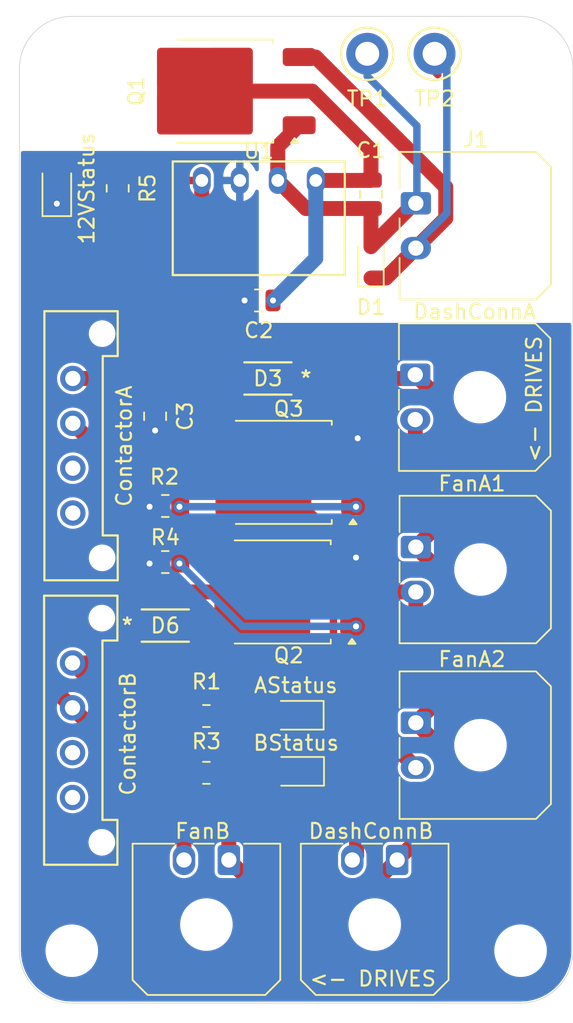
<source format=kicad_pcb>
(kicad_pcb (version 20240108) (generator "pcbnew") (generator_version "8.0")
  (layers (0 "F.Cu" signal) (31 "B.Cu" signal) (34 "B.Paste" user) (35 "F.Paste" user) (36 "B.SilkS" user "B.Silkscreen") (37 "F.SilkS" user "F.Silkscreen") (38 "B.Mask" user) (39 "F.Mask" user) (44 "Edge.Cuts" user))
  (net 0 "")
  (net 1 "+12V")
  (net 2 "GND")
  (net 3 "Net-(Q1-D)")
  (net 4 "Net-(D1-A1)")
  (net 5 "Net-(D1-A2)")
  (net 6 "Net-(12VStatus1-A)")
  (net 7 "Net-(AStatus1-A)")
  (net 8 "/CONTACTOR_A_V-")
  (net 9 "Net-(J2-Pin_2)")
  (net 12 "/CONTACTOR_B_V-")
  (net 13 "Net-(BStatus1-A)")
  (net 14 "Net-(J6-Pin_2)")
  (footprint "Package_TO_SOT_SMD:TO-252-2" (layer "F.Cu") (at 114.175 77.14 180)
    (property "Reference" "Q3" (at -0.43 4.25 0) (layer "F.SilkS"))
    (property "Value" "CSD18511KTT")
    (fp_line (start 3.11 3.45) (end -3.31 3.45) (stroke (width 0.12)) (layer "F.SilkS"))
    (fp_line (start 3.11 -3.45) (end -3.31 -3.45) (stroke (width 0.12)) (layer "F.SilkS"))
    (fp_line (start -3.31 3.45) (end -3.31 3.18) (stroke (width 0.12)) (layer "F.SilkS"))
    (fp_line (start -3.31 -3.45) (end -3.31 -3.18) (stroke (width 0.12)) (layer "F.SilkS"))
    (fp_poly (pts (xy -4.73 -3.14) (xy -4.97 -3.47) (xy -4.49 -3.47) (xy -4.73 -3.14)) (stroke (width 0.12)) (fill solid) (layer "F.SilkS"))
    (pad "1" smd roundrect (at -5.04 -2.28 180) (size 2.2 1.2) (layers "F.Cu" "F.Paste" "F.Mask") (roundrect_rratio 0.208333) (net 9 "Net-(J2-Pin_2)"))
    (pad "2" smd roundrect (at -0.415 -1.525 180) (size 3.05 2.75) (layers "F.Cu" "F.Paste") (roundrect_rratio 0.090909) (net 8 "/CONTACTOR_A_V-"))
    (pad "2" smd roundrect (at -0.415 1.525 180) (size 3.05 2.75) (layers "F.Cu" "F.Paste") (roundrect_rratio 0.090909) (net 8 "/CONTACTOR_A_V-"))
    (pad "2" smd roundrect (at 1.26 0 180) (size 6.4 5.8) (layers "F.Cu" "F.Mask") (roundrect_rratio 0.043103) (net 8 "/CONTACTOR_A_V-"))
    (pad "2" smd roundrect (at 2.935 -1.525 180) (size 3.05 2.75) (layers "F.Cu" "F.Paste") (roundrect_rratio 0.090909) (net 8 "/CONTACTOR_A_V-"))
    (pad "2" smd roundrect (at 2.935 1.525 180) (size 3.05 2.75) (layers "F.Cu" "F.Paste") (roundrect_rratio 0.090909) (net 8 "/CONTACTOR_A_V-"))
    (pad "3" smd roundrect (at -5.04 2.28 180) (size 2.2 1.2) (layers "F.Cu" "F.Paste" "F.Mask") (roundrect_rratio 0.208333) (net 2 "GND"))
  )
  (footprint "Connector_Molex:Molex_Micro-Fit_3.0_43650-0200_1x02_P3.00mm_Horizontal" (layer "F.Cu") (at 121.855 103.07 180)
    (property "Reference" "DashConnB" (at 1.75 1.93 180) (layer "F.SilkS"))
    (property "Value" "DashboardConnB")
    (fp_line (start 6.435 1.09) (end 3.651767 1.09) (stroke (width 0.12)) (layer "F.SilkS"))
    (fp_line (start 6.435 -8.03) (end 6.435 1.09) (stroke (width 0.12)) (layer "F.SilkS"))
    (fp_line (start 5.435 -9.03) (end 6.435 -8.03) (stroke (width 0.12)) (layer "F.SilkS"))
    (fp_line (start 1.01 1.09) (end 2.348233 1.09) (stroke (width 0.12)) (layer "F.SilkS"))
    (fp_line (start -2.435 -9.03) (end 5.435 -9.03) (stroke (width 0.12)) (layer "F.SilkS"))
    (fp_line (start -3.435 1.09) (end -1.01 1.09) (stroke (width 0.12)) (layer "F.SilkS"))
    (fp_line (start -3.435 1.09) (end -3.435 -8.03) (stroke (width 0.12)) (layer "F.SilkS"))
    (fp_line (start -3.435 -8.03) (end -2.435 -9.03) (stroke (width 0.12)) (layer "F.SilkS"))
    (pad "" np_thru_hole circle (at 1.5 -4.32 180) (size 3 3) (drill 3) (layers "*.Cu" "*.Mask"))
    (pad "1" thru_hole roundrect (at 0 0 180) (size 1.5 2.02) (drill 1.02) (layers "*.Cu" "*.Mask") (roundrect_rratio 0.166667) (net 1 "+12V"))
    (pad "2" thru_hole oval (at 3 0 180) (size 1.5 2.02) (drill 1.02) (layers "*.Cu" "*.Mask") (net 14 "Net-(J6-Pin_2)"))
  )
  (footprint "Connector_Molex:Molex_Micro-Fit_3.0_43650-0200_1x02_P3.00mm_Horizontal" (layer "F.Cu") (at 123.105 59.14 -90)
    (property "Reference" "J1" (at -4.25 -4 180) (layer "F.SilkS"))
    (property "Value" "PowerConn")
    (fp_line (start -3.435 1.09) (end -1.01 1.09) (stroke (width 0.12)) (layer "F.SilkS"))
    (fp_line (start -3.435 1.09) (end -3.435 -8.03) (stroke (width 0.12)) (layer "F.SilkS"))
    (fp_line (start 1.01 1.09) (end 2.348233 1.09) (stroke (width 0.12)) (layer "F.SilkS"))
    (fp_line (start 6.435 1.09) (end 3.651767 1.09) (stroke (width 0.12)) (layer "F.SilkS"))
    (fp_line (start -3.435 -8.03) (end -2.435 -9.03) (stroke (width 0.12)) (layer "F.SilkS"))
    (fp_line (start 6.435 -8.03) (end 6.435 1.09) (stroke (width 0.12)) (layer "F.SilkS"))
    (fp_line (start -2.435 -9.03) (end 5.435 -9.03) (stroke (width 0.12)) (layer "F.SilkS"))
    (fp_line (start 5.435 -9.03) (end 6.435 -8.03) (stroke (width 0.12)) (layer "F.SilkS"))
    (pad "" np_thru_hole circle (at 1.5 -4.32 270) (size 3 3) (drill 3) (layers "*.Cu" "*.Mask"))
    (pad "1" thru_hole roundrect (at 0 0 270) (size 1.5 2.02) (drill 1.02) (layers "*.Cu" "*.Mask") (roundrect_rratio 0.166667) (net 5 "Net-(D1-A2)"))
    (pad "2" thru_hole oval (at 3 0 270) (size 1.5 2.02) (drill 1.02) (layers "*.Cu" "*.Mask") (net 4 "Net-(D1-A1)"))
  )
  (footprint "Resistor_SMD:R_0805_2012Metric_Pad1.20x1.40mm_HandSolder" (layer "F.Cu") (at 106.355 79.39)
    (property "Reference" "R2" (at -0.05 -1.95 360) (layer "F.SilkS"))
    (property "Value" "100k")
    (fp_line (start -0.227064 -0.735) (end 0.227064 -0.735) (stroke (width 0.12)) (layer "F.SilkS"))
    (fp_line (start -0.227064 0.735) (end 0.227064 0.735) (stroke (width 0.12)) (layer "F.SilkS"))
    (pad "1" smd roundrect (at -1 0) (size 1.2 1.4) (layers "F.Cu" "F.Paste" "F.Mask") (roundrect_rratio 0.208333) (net 2 "GND"))
    (pad "2" smd roundrect (at 1 0) (size 1.2 1.4) (layers "F.Cu" "F.Paste" "F.Mask") (roundrect_rratio 0.208333) (net 9 "Net-(J2-Pin_2)"))
  )
  (footprint "UTSVT_Passive:V2F22HM" (layer "F.Cu") (at 113.215 70.86 180)
    (property "Reference" "D3" (at 0 0 180) (layer "F.SilkS"))
    (property "Value" "V2F22HM3/H")
    (fp_line (start 1.5748 -1.0795) (end -1.5748 -1.0795) (stroke (width 0.1524)) (layer "F.SilkS"))
    (fp_line (start -1.5748 1.0795) (end 1.5748 1.0795) (stroke (width 0.1524)) (layer "F.SilkS"))
    (fp_text user "*" (at -2.54 0 180) (layer "F.SilkS"))
    (pad "1" smd rect (at -1.6383 0 180) (size 1.0414 1.1938) (layers "F.Cu" "F.Paste" "F.Mask") (net 1 "+12V"))
    (pad "2" smd rect (at 1.6383 0 180) (size 1.0414 1.1938) (layers "F.Cu" "F.Paste" "F.Mask") (net 8 "/CONTACTOR_A_V-"))
  )
  (footprint "Package_TO_SOT_SMD:TO-252-2" (layer "F.Cu") (at 110.265 51.6375 180)
    (property "Reference" "Q1" (at 5.84 -0.0025 -90) (layer "F.SilkS"))
    (property "Value" "CSD18511KTT")
    (fp_line (start 3.11 3.45) (end -3.31 3.45) (stroke (width 0.12)) (layer "F.SilkS"))
    (fp_line (start 3.11 -3.45) (end -3.31 -3.45) (stroke (width 0.12)) (layer "F.SilkS"))
    (fp_line (start -3.31 3.45) (end -3.31 3.18) (stroke (width 0.12)) (layer "F.SilkS"))
    (fp_line (start -3.31 -3.45) (end -3.31 -3.18) (stroke (width 0.12)) (layer "F.SilkS"))
    (fp_poly (pts (xy -4.73 -3.14) (xy -4.97 -3.47) (xy -4.49 -3.47) (xy -4.73 -3.14)) (stroke (width 0.12)) (fill solid) (layer "F.SilkS"))
    (pad "1" smd roundrect (at -5.04 -2.28 180) (size 2.2 1.2) (layers "F.Cu" "F.Paste" "F.Mask") (roundrect_rratio 0.208333) (net 5 "Net-(D1-A2)"))
    (pad "2" smd roundrect (at -0.415 -1.525 180) (size 3.05 2.75) (layers "F.Cu" "F.Paste") (roundrect_rratio 0.090909) (net 3 "Net-(Q1-D)"))
    (pad "2" smd roundrect (at -0.415 1.525 180) (size 3.05 2.75) (layers "F.Cu" "F.Paste") (roundrect_rratio 0.090909) (net 3 "Net-(Q1-D)"))
    (pad "2" smd roundrect (at 1.26 0 180) (size 6.4 5.8) (layers "F.Cu" "F.Mask") (roundrect_rratio 0.043103) (net 3 "Net-(Q1-D)"))
    (pad "2" smd roundrect (at 2.935 -1.525 180) (size 3.05 2.75) (layers "F.Cu" "F.Paste") (roundrect_rratio 0.090909) (net 3 "Net-(Q1-D)"))
    (pad "2" smd roundrect (at 2.935 1.525 180) (size 3.05 2.75) (layers "F.Cu" "F.Paste") (roundrect_rratio 0.090909) (net 3 "Net-(Q1-D)"))
    (pad "3" smd roundrect (at -5.04 2.28 180) (size 2.2 1.2) (layers "F.Cu" "F.Paste" "F.Mask") (roundrect_rratio 0.208333) (net 4 "Net-(D1-A1)"))
  )
  (footprint "UTSVT_Connectors:Molex_MicroFit3.0_1x4xP3.00mm_PolarizingPeg_Vertical" (layer "F.Cu") (at 100.155 89.89 -90)
    (property "Reference" "ContactorB" (at 4.75 -3.7 90) (layer "F.SilkS"))
    (property "Value" "ContactorBConn")
    (fp_line (start -4.5 1.9) (end -4.5 -3) (stroke (width 0.15)) (layer "F.SilkS"))
    (fp_line (start 13.5 1.9) (end -4.5 1.9) (stroke (width 0.15)) (layer "F.SilkS"))
    (fp_line (start -1.5 -2) (end 10.5 -2) (stroke (width 0.15)) (layer "F.SilkS"))
    (fp_line (start 10.5 -2) (end 10.5 -3) (stroke (width 0.15)) (layer "F.SilkS"))
    (fp_line (start -4.5 -3) (end -1.5 -3) (stroke (width 0.15)) (layer "F.SilkS"))
    (fp_line (start -1.5 -3) (end -1.5 -2) (stroke (width 0.15)) (layer "F.SilkS"))
    (fp_line (start 10.5 -3) (end 13.5 -3) (stroke (width 0.15)) (layer "F.SilkS"))
    (fp_line (start 13.5 -3) (end 13.5 1.9) (stroke (width 0.15)) (layer "F.SilkS"))
    (pad "" np_thru_hole circle (at -3 -1.96 270) (size 1.27 1.27) (drill 1.27) (layers "*.Cu" "*.Mask"))
    (pad "" np_thru_hole circle (at 12 -1.96 270) (size 1.27 1.27) (drill 1.27) (layers "*.Cu" "*.Mask"))
    (pad "1" thru_hole circle (at 0 0 270) (size 1.7 1.7) (drill 1.02) (layers "*.Cu" "*.Mask") (net 1 "+12V"))
    (pad "2" thru_hole circle (at 3 0 270) (size 1.7 1.7) (drill 1.02) (layers "*.Cu" "*.Mask") (net 12 "/CONTACTOR_B_V-"))
    (pad "3" thru_hole circle (at 6 0 270) (size 1.7 1.7) (drill 1.02) (layers "*.Cu" "*.Mask"))
    (pad "4" thru_hole circle (at 9 0 270) (size 1.7 1.7) (drill 1.02) (layers "*.Cu" "*.Mask"))
  )
  (footprint "MountingHole:MountingHole_3mm" (layer "F.Cu") (at 130 50)
    (property "Reference" "H1" (hide yes))
    (property "Value" "M3")
    (pad "" np_thru_hole circle (at 0 0) (size 3 3) (drill 3) (layers "*.Cu" "*.Mask"))
  )
  (footprint "Capacitor_SMD:C_0805_2012Metric" (layer "F.Cu") (at 105.675 73.39 -90)
    (property "Reference" "C3" (at 0 -2 90) (layer "F.SilkS"))
    (property "Value" "10u")
    (fp_line (start -0.261252 0.735) (end 0.261252 0.735) (stroke (width 0.12)) (layer "F.SilkS"))
    (fp_line (start -0.261252 -0.735) (end 0.261252 -0.735) (stroke (width 0.12)) (layer "F.SilkS"))
    (pad "1" smd roundrect (at -0.95 0 270) (size 1 1.45) (layers "F.Cu" "F.Paste" "F.Mask") (net 1 "+12V"))
    (pad "2" smd roundrect (at 0.95 0 270) (size 1 1.45) (layers "F.Cu" "F.Paste" "F.Mask") (net 2 "GND"))
  )
  (footprint "MountingHole:MountingHole_3mm" (layer "F.Cu") (at 100.105 109.14)
    (property "Reference" "H4" (hide yes))
    (property "Value" "M3")
    (pad "" np_thru_hole circle (at 0 0) (size 3 3) (drill 3) (layers "*.Cu" "*.Mask"))
  )
  (footprint "MountingHole:MountingHole_3mm" (layer "F.Cu") (at 130.105 109.14)
    (property "Reference" "H3" (hide yes))
    (property "Value" "M3")
    (pad "" np_thru_hole circle (at 0 0) (size 3 3) (drill 3) (layers "*.Cu" "*.Mask"))
  )
  (footprint "UTSVT_Connectors:Molex_MicroFit3.0_1x4xP3.00mm_PolarizingPeg_Vertical" (layer "F.Cu") (at 100.175 70.86 -90)
    (property "Reference" "ContactorA" (at 4.53 -3.43 -90) (layer "F.SilkS"))
    (property "Value" "ContactorAConn")
    (fp_line (start -4.5 1.9) (end -4.5 -3) (stroke (width 0.15)) (layer "F.SilkS"))
    (fp_line (start 13.5 1.9) (end -4.5 1.9) (stroke (width 0.15)) (layer "F.SilkS"))
    (fp_line (start -1.5 -2) (end 10.5 -2) (stroke (width 0.15)) (layer "F.SilkS"))
    (fp_line (start 10.5 -2) (end 10.5 -3) (stroke (width 0.15)) (layer "F.SilkS"))
    (fp_line (start -4.5 -3) (end -1.5 -3) (stroke (width 0.15)) (layer "F.SilkS"))
    (fp_line (start -1.5 -3) (end -1.5 -2) (stroke (width 0.15)) (layer "F.SilkS"))
    (fp_line (start 10.5 -3) (end 13.5 -3) (stroke (width 0.15)) (layer "F.SilkS"))
    (fp_line (start 13.5 -3) (end 13.5 1.9) (stroke (width 0.15)) (layer "F.SilkS"))
    (pad "" np_thru_hole circle (at -3 -1.96 270) (size 1.27 1.27) (drill 1.27) (layers "*.Cu" "*.Mask"))
    (pad "" np_thru_hole circle (at 12 -1.96 270) (size 1.27 1.27) (drill 1.27) (layers "*.Cu" "*.Mask"))
    (pad "1" thru_hole circle (at 0 0 270) (size 1.7 1.7) (drill 1.02) (layers "*.Cu" "*.Mask") (net 1 "+12V"))
    (pad "2" thru_hole circle (at 3 0 270) (size 1.7 1.7) (drill 1.02) (layers "*.Cu" "*.Mask") (net 8 "/CONTACTOR_A_V-"))
    (pad "3" thru_hole circle (at 6 0 270) (size 1.7 1.7) (drill 1.02) (layers "*.Cu" "*.Mask"))
    (pad "4" thru_hole circle (at 9 0 270) (size 1.7 1.7) (drill 1.02) (layers "*.Cu" "*.Mask"))
  )
  (footprint "Connector_Molex:Molex_Micro-Fit_3.0_43650-0200_1x02_P3.00mm_Horizontal" (layer "F.Cu") (at 123.105 82.14 -90)
    (property "Reference" "FanA1" (at -4.25 -3.75 180) (layer "F.SilkS"))
    (property "Value" "FanConn1")
    (fp_line (start -3.435 1.09) (end -1.01 1.09) (stroke (width 0.12)) (layer "F.SilkS"))
    (fp_line (start -3.435 1.09) (end -3.435 -8.03) (stroke (width 0.12)) (layer "F.SilkS"))
    (fp_line (start 1.01 1.09) (end 2.348233 1.09) (stroke (width 0.12)) (layer "F.SilkS"))
    (fp_line (start 6.435 1.09) (end 3.651767 1.09) (stroke (width 0.12)) (layer "F.SilkS"))
    (fp_line (start -3.435 -8.03) (end -2.435 -9.03) (stroke (width 0.12)) (layer "F.SilkS"))
    (fp_line (start 6.435 -8.03) (end 6.435 1.09) (stroke (width 0.12)) (layer "F.SilkS"))
    (fp_line (start -2.435 -9.03) (end 5.435 -9.03) (stroke (width 0.12)) (layer "F.SilkS"))
    (fp_line (start 5.435 -9.03) (end 6.435 -8.03) (stroke (width 0.12)) (layer "F.SilkS"))
    (pad "" np_thru_hole circle (at 1.5 -4.32 270) (size 3 3) (drill 3) (layers "*.Cu" "*.Mask"))
    (pad "1" thru_hole roundrect (at 0 0 270) (size 1.5 2.02) (drill 1.02) (layers "*.Cu" "*.Mask") (roundrect_rratio 0.166667) (net 1 "+12V"))
    (pad "2" thru_hole oval (at 3 0 270) (size 1.5 2.02) (drill 1.02) (layers "*.Cu" "*.Mask") (net 8 "/CONTACTOR_A_V-"))
  )
  (footprint "LED_SMD:LED_0805_2012Metric_Pad1.15x1.40mm_HandSolder" (layer "F.Cu") (at 115.105 97.14 180)
    (property "Reference" "BStatus" (at 0 1.9 180) (layer "F.SilkS"))
    (property "Value" "Green")
    (fp_line (start 1 -0.96) (end -1.86 -0.96) (stroke (width 0.12)) (layer "F.SilkS"))
    (fp_line (start -1.86 0.96) (end 1 0.96) (stroke (width 0.12)) (layer "F.SilkS"))
    (fp_line (start -1.86 -0.96) (end -1.86 0.96) (stroke (width 0.12)) (layer "F.SilkS"))
    (pad "1" smd roundrect (at -1.025 0 180) (size 1.15 1.4) (layers "F.Cu" "F.Paste" "F.Mask") (roundrect_rratio 0.217391) (net 12 "/CONTACTOR_B_V-"))
    (pad "2" smd roundrect (at 1.025 0 180) (size 1.15 1.4) (layers "F.Cu" "F.Paste" "F.Mask") (roundrect_rratio 0.217391) (net 13 "Net-(BStatus1-A)"))
  )
  (footprint "TestPoint:TestPoint_Keystone_5005-5009_Compact" (layer "F.Cu") (at 124.355 49.14 180)
    (property "Reference" "TP2" (at 0 -3 180) (layer "F.SilkS"))
    (property "Value" "GND_UNISO")
    (fp_circle (center 0 0) (end 1.75 0) (stroke (width 0.15)) (fill none) (layer "F.SilkS"))
    (pad "1" thru_hole circle (at 0 0 180) (size 2.8 2.8) (drill 1.6) (layers "*.Cu" "*.Mask") (net 4 "Net-(D1-A1)"))
  )
  (footprint "Connector_Molex:Molex_Micro-Fit_3.0_43650-0200_1x02_P3.00mm_Horizontal" (layer "F.Cu") (at 123.105 93.89 -90)
    (property "Reference" "FanA2" (at -4.25 -3.75 180) (layer "F.SilkS"))
    (property "Value" "FanConn2")
    (fp_line (start -3.435 1.09) (end -1.01 1.09) (stroke (width 0.12)) (layer "F.SilkS"))
    (fp_line (start -3.435 1.09) (end -3.435 -8.03) (stroke (width 0.12)) (layer "F.SilkS"))
    (fp_line (start 1.01 1.09) (end 2.348233 1.09) (stroke (width 0.12)) (layer "F.SilkS"))
    (fp_line (start 6.435 1.09) (end 3.651767 1.09) (stroke (width 0.12)) (layer "F.SilkS"))
    (fp_line (start -3.435 -8.03) (end -2.435 -9.03) (stroke (width 0.12)) (layer "F.SilkS"))
    (fp_line (start 6.435 -8.03) (end 6.435 1.09) (stroke (width 0.12)) (layer "F.SilkS"))
    (fp_line (start -2.435 -9.03) (end 5.435 -9.03) (stroke (width 0.12)) (layer "F.SilkS"))
    (fp_line (start 5.435 -9.03) (end 6.435 -8.03) (stroke (width 0.12)) (layer "F.SilkS"))
    (pad "" np_thru_hole circle (at 1.5 -4.32 270) (size 3 3) (drill 3) (layers "*.Cu" "*.Mask"))
    (pad "1" thru_hole roundrect (at 0 0 270) (size 1.5 2.02) (drill 1.02) (layers "*.Cu" "*.Mask") (roundrect_rratio 0.166667) (net 1 "+12V"))
    (pad "2" thru_hole oval (at 3 0 270) (size 1.5 2.02) (drill 1.02) (layers "*.Cu" "*.Mask") (net 8 "/CONTACTOR_A_V-"))
  )
  (footprint "Resistor_SMD:R_0805_2012Metric" (layer "F.Cu") (at 109.105 93.44 180)
    (property "Reference" "R1" (at 0 2.3 180) (layer "F.SilkS"))
    (property "Value" "10k")
    (fp_line (start -0.227064 0.735) (end 0.227064 0.735) (stroke (width 0.12)) (layer "F.SilkS"))
    (fp_line (start -0.227064 -0.735) (end 0.227064 -0.735) (stroke (width 0.12)) (layer "F.SilkS"))
    (pad "1" smd roundrect (at -0.9125 0 180) (size 1.025 1.4) (layers "F.Cu" "F.Paste" "F.Mask") (roundrect_rratio 0.243902) (net 7 "Net-(AStatus1-A)"))
    (pad "2" smd roundrect (at 0.9125 0 180) (size 1.025 1.4) (layers "F.Cu" "F.Paste" "F.Mask") (roundrect_rratio 0.243902) (net 1 "+12V"))
  )
  (footprint "MountingHole:MountingHole_3mm" (layer "F.Cu") (at 100 50)
    (property "Reference" "H2" (hide yes))
    (property "Value" "M3")
    (pad "" np_thru_hole circle (at 0 0) (size 3 3) (drill 3) (layers "*.Cu" "*.Mask"))
  )
  (footprint "LED_SMD:LED_0805_2012Metric_Pad1.15x1.40mm_HandSolder" (layer "F.Cu") (at 99.105 58.14 90)
    (property "Reference" "12VStatus" (at 0 2 270) (layer "F.SilkS"))
    (property "Value" "Green")
    (fp_line (start 1 -0.96) (end -1.86 -0.96) (stroke (width 0.12)) (layer "F.SilkS"))
    (fp_line (start -1.86 -0.96) (end -1.86 0.96) (stroke (width 0.12)) (layer "F.SilkS"))
    (fp_line (start -1.86 0.96) (end 1 0.96) (stroke (width 0.12)) (layer "F.SilkS"))
    (pad "1" smd roundrect (at -1.025 0 90) (size 1.15 1.4) (layers "F.Cu" "F.Paste" "F.Mask") (roundrect_rratio 0.217391) (net 2 "GND"))
    (pad "2" smd roundrect (at 1.025 0 90) (size 1.15 1.4) (layers "F.Cu" "F.Paste" "F.Mask") (roundrect_rratio 0.217391) (net 6 "Net-(12VStatus1-A)"))
  )
  (footprint "Diode_SMD:D_SOD-323" (layer "F.Cu") (at 120.105 63.09 90)
    (property "Reference" "D1" (at -3 0 0) (layer "F.SilkS"))
    (property "Value" "SD12_SOD323")
    (fp_line (start -1.61 -0.85) (end 1.05 -0.85) (stroke (width 0.12)) (layer "F.SilkS"))
    (fp_line (start -1.61 -0.85) (end -1.61 0.85) (stroke (width 0.12)) (layer "F.SilkS"))
    (fp_line (start -1.61 0.85) (end 1.05 0.85) (stroke (width 0.12)) (layer "F.SilkS"))
    (pad "1" smd roundrect (at -1.05 0 90) (size 0.6 0.45) (layers "F.Cu" "F.Paste" "F.Mask") (net 4 "Net-(D1-A1)"))
    (pad "2" smd roundrect (at 1.05 0 90) (size 0.6 0.45) (layers "F.Cu" "F.Paste" "F.Mask") (net 5 "Net-(D1-A2)"))
  )
  (footprint "Connector_Molex:Molex_Micro-Fit_3.0_43650-0200_1x02_P3.00mm_Horizontal" (layer "F.Cu") (at 110.605 103.07 180)
    (property "Reference" "FanB" (at 1.75 1.93 180) (layer "F.SilkS"))
    (property "Value" "FanConn3")
    (fp_line (start 6.435 1.09) (end 3.651767 1.09) (stroke (width 0.12)) (layer "F.SilkS"))
    (fp_line (start 6.435 -8.03) (end 6.435 1.09) (stroke (width 0.12)) (layer "F.SilkS"))
    (fp_line (start 5.435 -9.03) (end 6.435 -8.03) (stroke (width 0.12)) (layer "F.SilkS"))
    (fp_line (start 1.01 1.09) (end 2.348233 1.09) (stroke (width 0.12)) (layer "F.SilkS"))
    (fp_line (start -2.435 -9.03) (end 5.435 -9.03) (stroke (width 0.12)) (layer "F.SilkS"))
    (fp_line (start -3.435 1.09) (end -1.01 1.09) (stroke (width 0.12)) (layer "F.SilkS"))
    (fp_line (start -3.435 1.09) (end -3.435 -8.03) (stroke (width 0.12)) (layer "F.SilkS"))
    (fp_line (start -3.435 -8.03) (end -2.435 -9.03) (stroke (width 0.12)) (layer "F.SilkS"))
    (pad "" np_thru_hole circle (at 1.5 -4.32 180) (size 3 3) (drill 3) (layers "*.Cu" "*.Mask"))
    (pad "1" thru_hole roundrect (at 0 0 180) (size 1.5 2.02) (drill 1.02) (layers "*.Cu" "*.Mask") (roundrect_rratio 0.166667) (net 1 "+12V"))
    (pad "2" thru_hole oval (at 3 0 180) (size 1.5 2.02) (drill 1.02) (layers "*.Cu" "*.Mask") (net 12 "/CONTACTOR_B_V-"))
  )
  (footprint "Capacitor_SMD:C_0805_2012Metric" (layer "F.Cu") (at 120.105 58.54 90)
    (property "Reference" "C1" (at 2.95 0 0) (layer "F.SilkS"))
    (property "Value" "10u")
    (fp_line (start -0.261252 -0.735) (end 0.261252 -0.735) (stroke (width 0.12)) (layer "F.SilkS"))
    (fp_line (start -0.261252 0.735) (end 0.261252 0.735) (stroke (width 0.12)) (layer "F.SilkS"))
    (pad "1" smd roundrect (at -0.95 0 90) (size 1 1.45) (layers "F.Cu" "F.Paste" "F.Mask") (net 5 "Net-(D1-A2)"))
    (pad "2" smd roundrect (at 0.95 0 90) (size 1 1.45) (layers "F.Cu" "F.Paste" "F.Mask") (net 3 "Net-(Q1-D)"))
  )
  (footprint "UTSVT_ICs:RI3_DC_Converter" (layer "F.Cu") (at 112.605 57.6127 180)
    (property "Reference" "U1" (at 0 1.9727 180) (layer "F.SilkS"))
    (property "Value" "RI3-1212S")
    (fp_line (start 5.75 1.27) (end -5.75 1.27) (stroke (width 0.15)) (layer "F.SilkS"))
    (fp_line (start 5.75 -6.33) (end 5.75 1.27) (stroke (width 0.15)) (layer "F.SilkS"))
    (fp_line (start -5.75 1.27) (end -5.75 -6.33) (stroke (width 0.15)) (layer "F.SilkS"))
    (fp_line (start -5.75 -6.33) (end 5.75 -6.33) (stroke (width 0.15)) (layer "F.SilkS"))
    (pad "1" thru_hole oval (at -3.81 0 180) (size 1.2 1.8) (drill 0.85) (layers "*.Cu" "*.Mask") (net 3 "Net-(Q1-D)"))
    (pad "2" thru_hole oval (at -1.27 0 180) (size 1.2 1.8) (drill 0.85) (layers "*.Cu" "*.Mask") (net 5 "Net-(D1-A2)"))
    (pad "3" thru_hole oval (at 1.27 0 180) (size 1.2 1.8) (drill 0.85) (layers "*.Cu" "*.Mask") (net 2 "GND"))
    (pad "4" thru_hole oval (at 3.81 0 180) (size 1.2 1.8) (drill 0.85) (layers "*.Cu" "*.Mask") (net 1 "+12V"))
  )
  (footprint "TestPoint:TestPoint_Keystone_5005-5009_Compact" (layer "F.Cu") (at 119.855 49.14 180)
    (property "Reference" "TP1" (at 0 -3 180) (layer "F.SilkS"))
    (property "Value" "12V_UNISO")
    (fp_circle (center 0 0) (end 1.75 0) (stroke (width 0.15)) (fill none) (layer "F.SilkS"))
    (pad "1" thru_hole circle (at 0 0 180) (size 2.8 2.8) (drill 1.6) (layers "*.Cu" "*.Mask") (net 5 "Net-(D1-A2)"))
  )
  (footprint "Resistor_SMD:R_0805_2012Metric" (layer "F.Cu") (at 103.175 58.14 -90)
    (property "Reference" "R5" (at 0 -2 90) (layer "F.SilkS"))
    (property "Value" "10k")
    (fp_line (start -0.227064 0.735) (end 0.227064 0.735) (stroke (width 0.12)) (layer "F.SilkS"))
    (fp_line (start -0.227064 -0.735) (end 0.227064 -0.735) (stroke (width 0.12)) (layer "F.SilkS"))
    (pad "1" smd roundrect (at -0.9125 0 270) (size 1.025 1.4) (layers "F.Cu" "F.Paste" "F.Mask") (roundrect_rratio 0.243902) (net 6 "Net-(12VStatus1-A)"))
    (pad "2" smd roundrect (at 0.9125 0 270) (size 1.025 1.4) (layers "F.Cu" "F.Paste" "F.Mask") (roundrect_rratio 0.243902) (net 1 "+12V"))
  )
  (footprint "Resistor_SMD:R_0805_2012Metric" (layer "F.Cu") (at 109.105 97.24 180)
    (property "Reference" "R3" (at 0 2.1 180) (layer "F.SilkS"))
    (property "Value" "10k")
    (fp_line (start -0.227064 0.735) (end 0.227064 0.735) (stroke (width 0.12)) (layer "F.SilkS"))
    (fp_line (start -0.227064 -0.735) (end 0.227064 -0.735) (stroke (width 0.12)) (layer "F.SilkS"))
    (pad "1" smd roundrect (at -0.9125 0 180) (size 1.025 1.4) (layers "F.Cu" "F.Paste" "F.Mask") (roundrect_rratio 0.243902) (net 13 "Net-(BStatus1-A)"))
    (pad "2" smd roundrect (at 0.9125 0 180) (size 1.025 1.4) (layers "F.Cu" "F.Paste" "F.Mask") (roundrect_rratio 0.243902) (net 1 "+12V"))
  )
  (footprint "Capacitor_SMD:C_0805_2012Metric" (layer "F.Cu") (at 112.605 65.64 180)
    (property "Reference" "C2" (at 0 -2 180) (layer "F.SilkS"))
    (property "Value" "2.2n")
    (fp_line (start -0.261252 0.735) (end 0.261252 0.735) (stroke (width 0.12)) (layer "F.SilkS"))
    (fp_line (start -0.261252 -0.735) (end 0.261252 -0.735) (stroke (width 0.12)) (layer "F.SilkS"))
    (pad "1" smd roundrect (at -0.95 0 180) (size 1 1.45) (layers "F.Cu" "F.Paste" "F.Mask") (net 3 "Net-(Q1-D)"))
    (pad "2" smd roundrect (at 0.95 0 180) (size 1 1.45) (layers "F.Cu" "F.Paste" "F.Mask") (net 2 "GND"))
  )
  (footprint "Resistor_SMD:R_0805_2012Metric_Pad1.20x1.40mm_HandSolder" (layer "F.Cu") (at 106.355 83.14)
    (property "Reference" "R4" (at 0 -1.65 0) (layer "F.SilkS"))
    (property "Value" "100k")
    (fp_line (start -0.227064 -0.735) (end 0.227064 -0.735) (stroke (width 0.12)) (layer "F.SilkS"))
    (fp_line (start -0.227064 0.735) (end 0.227064 0.735) (stroke (width 0.12)) (layer "F.SilkS"))
    (pad "1" smd roundrect (at -1 0) (size 1.2 1.4) (layers "F.Cu" "F.Paste" "F.Mask") (roundrect_rratio 0.208333) (net 2 "GND"))
    (pad "2" smd roundrect (at 1 0) (size 1.2 1.4) (layers "F.Cu" "F.Paste" "F.Mask") (roundrect_rratio 0.208333) (net 14 "Net-(J6-Pin_2)"))
  )
  (footprint "UTSVT_Passive:V2F22HM" (layer "F.Cu") (at 106.355 87.39)
    (property "Reference" "D6" (at 0 0 360) (layer "F.SilkS"))
    (property "Value" "V2F22HM3/H")
    (fp_line (start -1.5748 1.0795) (end 1.5748 1.0795) (stroke (width 0.1524)) (layer "F.SilkS"))
    (fp_line (start 1.5748 -1.0795) (end -1.5748 -1.0795) (stroke (width 0.1524)) (layer "F.SilkS"))
    (fp_text user "*" (at -2.54 0 360) (layer "F.SilkS"))
    (pad "1" smd rect (at -1.6383 0) (size 1.0414 1.1938) (layers "F.Cu" "F.Paste" "F.Mask") (net 1 "+12V"))
    (pad "2" smd rect (at 1.6383 0) (size 1.0414 1.1938) (layers "F.Cu" "F.Paste" "F.Mask") (net 12 "/CONTACTOR_B_V-"))
  )
  (footprint "Package_TO_SOT_SMD:TO-252-2" (layer "F.Cu") (at 114.105 85.14 180)
    (property "Reference" "Q2" (at -0.5 -4.25 180) (layer "F.SilkS"))
    (property "Value" "CSD18511KTT")
    (fp_line (start 3.11 3.45) (end -3.31 3.45) (stroke (width 0.12)) (layer "F.SilkS"))
    (fp_line (start 3.11 -3.45) (end -3.31 -3.45) (stroke (width 0.12)) (layer "F.SilkS"))
    (fp_line (start -3.31 3.45) (end -3.31 3.18) (stroke (width 0.12)) (layer "F.SilkS"))
    (fp_line (start -3.31 -3.45) (end -3.31 -3.18) (stroke (width 0.12)) (layer "F.SilkS"))
    (fp_poly (pts (xy -4.73 -3.14) (xy -4.97 -3.47) (xy -4.49 -3.47) (xy -4.73 -3.14)) (stroke (width 0.12)) (fill solid) (layer "F.SilkS"))
    (pad "1" smd roundrect (at -5.04 -2.28 180) (size 2.2 1.2) (layers "F.Cu" "F.Paste" "F.Mask") (roundrect_rratio 0.208333) (net 14 "Net-(J6-Pin_2)"))
    (pad "2" smd roundrect (at -0.415 -1.525 180) (size 3.05 2.75) (layers "F.Cu" "F.Paste") (roundrect_rratio 0.090909) (net 12 "/CONTACTOR_B_V-"))
    (pad "2" smd roundrect (at -0.415 1.525 180) (size 3.05 2.75) (layers "F.Cu" "F.Paste") (roundrect_rratio 0.090909) (net 12 "/CONTACTOR_B_V-"))
    (pad "2" smd roundrect (at 1.26 0 180) (size 6.4 5.8) (layers "F.Cu" "F.Mask") (roundrect_rratio 0.043103) (net 12 "/CONTACTOR_B_V-"))
    (pad "2" smd roundrect (at 2.935 -1.525 180) (size 3.05 2.75) (layers "F.Cu" "F.Paste") (roundrect_rratio 0.090909) (net 12 "/CONTACTOR_B_V-"))
    (pad "2" smd roundrect (at 2.935 1.525 180) (size 3.05 2.75) (layers "F.Cu" "F.Paste") (roundrect_rratio 0.090909) (net 12 "/CONTACTOR_B_V-"))
    (pad "3" smd roundrect (at -5.04 2.28 180) (size 2.2 1.2) (layers "F.Cu" "F.Paste" "F.Mask") (roundrect_rratio 0.208333) (net 2 "GND"))
  )
  (footprint "LED_SMD:LED_0805_2012Metric_Pad1.15x1.40mm_HandSolder" (layer "F.Cu") (at 115.08 93.39 180)
    (property "Reference" "AStatus" (at 0 2 180) (layer "F.SilkS"))
    (property "Value" "Green")
    (fp_line (start 1 -0.96) (end -1.86 -0.96) (stroke (width 0.12)) (layer "F.SilkS"))
    (fp_line (start -1.86 0.96) (end 1 0.96) (stroke (width 0.12)) (layer "F.SilkS"))
    (fp_line (start -1.86 -0.96) (end -1.86 0.96) (stroke (width 0.12)) (layer "F.SilkS"))
    (pad "1" smd roundrect (at -1.025 0 180) (size 1.15 1.4) (layers "F.Cu" "F.Paste" "F.Mask") (roundrect_rratio 0.217391) (net 8 "/CONTACTOR_A_V-"))
    (pad "2" smd roundrect (at 1.025 0 180) (size 1.15 1.4) (layers "F.Cu" "F.Paste" "F.Mask") (roundrect_rratio 0.217391) (net 7 "Net-(AStatus1-A)"))
  )
  (footprint "Connector_Molex:Molex_Micro-Fit_3.0_43650-0200_1x02_P3.00mm_Horizontal" (layer "F.Cu") (at 123.065 70.61 -90)
    (property "Reference" "DashConnA" (at -4.22 -3.97 180) (layer "F.SilkS"))
    (property "Value" "DashboardConnA")
    (fp_line (start -3.435 1.09) (end -1.01 1.09) (stroke (width 0.12)) (layer "F.SilkS"))
    (fp_line (start -3.435 1.09) (end -3.435 -8.03) (stroke (width 0.12)) (layer "F.SilkS"))
    (fp_line (start 1.01 1.09) (end 2.348233 1.09) (stroke (width 0.12)) (layer "F.SilkS"))
    (fp_line (start 6.435 1.09) (end 3.651767 1.09) (stroke (width 0.12)) (layer "F.SilkS"))
    (fp_line (start -3.435 -8.03) (end -2.435 -9.03) (stroke (width 0.12)) (layer "F.SilkS"))
    (fp_line (start 6.435 -8.03) (end 6.435 1.09) (stroke (width 0.12)) (layer "F.SilkS"))
    (fp_line (start -2.435 -9.03) (end 5.435 -9.03) (stroke (width 0.12)) (layer "F.SilkS"))
    (fp_line (start 5.435 -9.03) (end 6.435 -8.03) (stroke (width 0.12)) (layer "F.SilkS"))
    (pad "" np_thru_hole circle (at 1.5 -4.32 270) (size 3 3) (drill 3) (layers "*.Cu" "*.Mask"))
    (pad "1" thru_hole roundrect (at 0 0 270) (size 1.5 2.02) (drill 1.02) (layers "*.Cu" "*.Mask") (roundrect_rratio 0.166667) (net 1 "+12V"))
    (pad "2" thru_hole oval (at 3 0 270) (size 1.5 2.02) (drill 1.02) (layers "*.Cu" "*.Mask") (net 9 "Net-(J2-Pin_2)"))
  )
  (gr_line (start 133.605 109.14) (end 133.605 90.14) (stroke (width 0.05)) (layer "Edge.Cuts"))
  (gr_line (start 96.605 90.14) (end 96.605 50.14) (stroke (width 0.05)) (layer "Edge.Cuts"))
  (gr_line (start 133.605 50.14) (end 133.605 90.14) (stroke (width 0.05)) (layer "Edge.Cuts"))
  (gr_line (start 100.105 46.64) (end 130.105 46.64) (stroke (width 0.05)) (layer "Edge.Cuts"))
  (gr_arc (start 96.605 50.14) (mid 97.630126 47.665126) (end 100.105 46.64) (stroke (width 0.05)) (layer "Edge.Cuts"))
  (gr_line (start 130.105 112.64) (end 100.105 112.64) (stroke (width 0.05)) (layer "Edge.Cuts"))
  (gr_arc (start 133.605 109.14) (mid 132.579874 111.614874) (end 130.105 112.64) (stroke (width 0.05)) (layer "Edge.Cuts"))
  (gr_line (start 96.605 90.14) (end 96.605 109.14) (stroke (width 0.05)) (layer "Edge.Cuts"))
  (gr_arc (start 130.105 46.64) (mid 132.579874 47.665126) (end 133.605 50.14) (stroke (width 0.05)) (layer "Edge.Cuts"))
  (gr_arc (start 100.105 112.64) (mid 97.630126 111.614874) (end 96.605 109.14) (stroke (width 0.05)) (layer "Edge.Cuts"))
  (gr_text "<- DRIVES\n" (at 131.595 76.545 90) (layer "F.SilkS") (effects (font (size 1 1)) (justify left bottom)))
  (gr_text "<- DRIVES\n" (at 115.92 111.6 0) (layer "F.SilkS") (effects (font (size 1 1)) (justify left bottom)))
  (segment (start 107.705 97.24) (end 107.605 97.34) (width 0.127) (layer "F.Cu") (net 1))
  (segment (start 108.1925 93.44) (end 105.355 93.44) (width 0.5) (layer "F.Cu") (net 1))
  (segment (start 124.815 95.6) (end 124.815 100.11) (width 1) (layer "F.Cu") (net 1))
  (segment (start 104.7167 87.39) (end 102.2167 89.89) (width 1) (layer "F.Cu") (net 1))
  (segment (start 114.8533 70.86) (end 122.815 70.86) (width 1) (layer "F.Cu") (net 1))
  (segment (start 123.105 93.89) (end 124.815 95.6) (width 1) (layer "F.Cu") (net 1))
  (segment (start 124.775 72.32) (end 124.775 80.47) (width 1) (layer "F.Cu") (net 1))
  (segment (start 108.8143 65.58) (end 114.0943 70.86) (width 1) (layer "F.Cu") (net 1))
  (segment (start 124.775 80.47) (end 123.105 82.14) (width 1) (layer "F.Cu") (net 1))
  (segment (start 110.605 100.34) (end 110.605 103.07) (width 1) (layer "F.Cu") (net 1))
  (segment (start 108.795 57.6127) (end 108.795 64.44) (width 1) (layer "F.Cu") (net 1))
  (segment (start 108.795 65.58) (end 108.8143 65.58) (width 1) (layer "F.Cu") (net 1))
  (segment (start 108.8143 69.3007) (end 108.8143 65.58) (width 1) (layer "F.Cu") (net 1))
  (segment (start 123.105 82.14) (end 124.815 83.85) (width 1) (layer "F.Cu") (net 1))
  (segment (start 100.175 70.86) (end 104.095 70.86) (width 1) (layer "F.Cu") (net 1))
  (segment (start 114.0943 70.86) (end 114.8533 70.86) (width 1) (layer "F.Cu") (net 1))
  (segment (start 103.905 93.64) (end 107.605 97.34) (width 1) (layer "F.Cu") (net 1))
  (segment (start 123.065 70.61) (end 124.775 72.32) (width 1) (layer "F.Cu") (net 1))
  (segment (start 107.605 97.34) (end 110.605 100.34) (width 1) (layer "F.Cu") (net 1))
  (segment (start 124.815 100.11) (end 121.855 103.07) (width 1) (layer "F.Cu") (net 1))
  (segment (start 105.355 93.44) (end 104.605 93.44) (width 0.5) (layer "F.Cu") (net 1))
  (segment (start 112.315 104.78) (end 110.605 103.07) (width 1) (layer "F.Cu") (net 1))
  (segment (start 105.675 72.44) (end 108.8143 69.3007) (width 1) (layer "F.Cu") (net 1))
  (segment (start 103.38 93.115) (end 103.905 93.64) (width 1) (layer "F.Cu") (net 1))
  (segment (start 105.355 93.44) (end 103.705 93.44) (width 0.5) (layer "F.Cu") (net 1))
  (segment (start 104.105 93.44) (end 103.905 93.64) (width 0.5) (layer "F.Cu") (net 1))
  (segment (start 104.095 70.86) (end 105.675 72.44) (width 1) (layer "F.Cu") (net 1))
  (segment (start 124.815 83.85) (end 124.815 92.18) (width 1) (layer "F.Cu") (net 1))
  (segment (start 122.815 70.86) (end 123.065 70.61) (width 1) (layer "F.Cu") (net 1))
  (segment (start 120.145 104.78) (end 112.315 104.78) (width 1) (layer "F.Cu") (net 1))
  (segment (start 104.6925 93.64) (end 103.905 93.64) (width 0.127) (layer "F.Cu") (net 1))
  (segment (start 124.815 92.18) (end 123.105 93.89) (width 1) (layer "F.Cu") (net 1))
  (segment (start 103.705 93.44) (end 103.38 93.115) (width 0.5) (layer "F.Cu") (net 1))
  (segment (start 104.6148 57.6127) (end 103.175 59.0525) (width 0.5) (layer "F.Cu") (net 1))
  (segment (start 102.2167 89.89) (end 100.155 89.89) (width 1) (layer "F.Cu") (net 1))
  (segment (start 108.795 57.6127) (end 104.6148 57.6127) (width 0.5) (layer "F.Cu") (net 1))
  (segment (start 121.855 103.07) (end 120.145 104.78) (width 1) (layer "F.Cu") (net 1))
  (segment (start 108.795 64.44) (end 108.795 65.58) (width 1) (layer "F.Cu") (net 1))
  (segment (start 108.1925 97.24) (end 107.705 97.24) (width 0.127) (layer "F.Cu") (net 1))
  (segment (start 104.605 93.44) (end 103.705 93.44) (width 0.5) (layer "F.Cu") (net 1))
  (segment (start 100.155 89.89) (end 103.38 93.115) (width 1) (layer "F.Cu") (net 1))
  (segment (start 104.605 93.44) (end 104.105 93.44) (width 0.5) (layer "F.Cu") (net 1))
  (via (at 105.675 74.34) (size 0.8) (drill 0.4) (layers "F.Cu" "B.Cu") (net 2))
  (via (at 119.215 74.86) (size 0.8) (drill 0.4) (layers "F.Cu" "B.Cu") (net 2))
  (via (at 111.655 65.64) (size 0.8) (drill 0.4) (layers "F.Cu" "B.Cu") (net 2))
  (via (at 105.305 83.24) (size 0.8) (drill 0.4) (layers "F.Cu" "B.Cu") (net 2))
  (via (at 99.105 59.165) (size 0.8) (drill 0.4) (layers "F.Cu" "B.Cu") (net 2))
  (via (at 119.105 82.84) (size 0.8) (drill 0.4) (layers "F.Cu" "B.Cu") (net 2))
  (via (at 105.305 79.44) (size 0.8) (drill 0.4) (layers "F.Cu" "B.Cu") (net 2))
  (segment (start 120.105 57.59) (end 120.105 55.57) (width 1) (layer "F.Cu") (net 3))
  (segment (start 120.105 55.57) (end 116.1725 51.6375) (width 1) (layer "F.Cu") (net 3))
  (segment (start 120.0823 57.6127) (end 120.105 57.59) (width 0.5) (layer "F.Cu") (net 3))
  (segment (start 116.1725 51.6375) (end 109.005 51.6375) (width 1) (layer "F.Cu") (net 3))
  (segment (start 116.415 57.6127) (end 120.0823 57.6127) (width 1) (layer "F.Cu") (net 3))
  (via (at 113.555 65.64) (size 0.8) (drill 0.4) (layers "F.Cu" "B.Cu") (net 3))
  (segment (start 113.555 65.64) (end 113.605 65.64) (width 0.5) (layer "B.Cu") (net 3))
  (segment (start 113.605 65.64) (end 116.415 62.83) (width 1) (layer "B.Cu") (net 3))
  (segment (start 116.415 62.83) (end 116.415 57.6127) (width 1) (layer "B.Cu") (net 3))
  (segment (start 121.105 64.14) (end 123.105 62.14) (width 1) (layer "F.Cu") (net 4))
  (segment (start 123.105 62.14) (end 125.105 60.14) (width 1) (layer "F.Cu") (net 4))
  (segment (start 116.405 49.3575) (end 115.305 49.3575) (width 1) (layer "F.Cu") (net 4))
  (segment (start 124.565 50.53) (end 124.355 50.32) (width 0.5) (layer "F.Cu") (net 4))
  (segment (start 125.105 58.0575) (end 116.405 49.3575) (width 1) (layer "F.Cu") (net 4))
  (segment (start 124.355 50.32) (end 124.355 49.14) (width 0.5) (layer "F.Cu") (net 4))
  (segment (start 125.105 60.14) (end 125.105 58.0575) (width 1) (layer "F.Cu") (net 4))
  (segment (start 120.105 64.14) (end 121.105 64.14) (width 1) (layer "F.Cu") (net 4))
  (segment (start 125.175 59.81) (end 125.175 49.96) (width 0.5) (layer "B.Cu") (net 4))
  (segment (start 123.105 62.14) (end 123.105 61.88) (width 0.5) (layer "B.Cu") (net 4))
  (segment (start 125.175 49.96) (end 124.355 49.14) (width 0.5) (layer "B.Cu") (net 4))
  (segment (start 123.105 61.88) (end 125.175 59.81) (width 0.5) (layer "B.Cu") (net 4))
  (segment (start 115.7523 59.49) (end 120.105 59.49) (width 1) (layer "F.Cu") (net 5))
  (segment (start 123.005 59.14) (end 120.105 62.04) (width 1) (layer "F.Cu") (net 5))
  (segment (start 113.875 55.3475) (end 115.305 53.9175) (width 1) (layer "F.Cu") (net 5))
  (segment (start 113.875 57.6127) (end 115.7523 59.49) (width 1) (layer "F.Cu") (net 5))
  (segment (start 123.105 59.14) (end 123.005 59.14) (width 0.5) (layer "F.Cu") (net 5))
  (segment (start 113.875 57.6127) (end 113.875 55.3475) (width 1) (layer "F.Cu") (net 5))
  (segment (start 120.105 62.04) (end 120.105 59.49) (width 1) (layer "F.Cu") (net 5))
  (segment (start 123.105 59.14) (end 123.175 59.07) (width 0.5) (layer "B.Cu") (net 5))
  (segment (start 123.175 59.07) (end 123.175 53.96) (width 0.5) (layer "B.Cu") (net 5))
  (segment (start 123.175 53.96) (end 119.855 50.64) (width 0.5) (layer "B.Cu") (net 5))
  (segment (start 119.855 50.64) (end 119.855 49.14) (width 0.5) (layer "B.Cu") (net 5))
  (segment (start 103.0625 57.115) (end 103.175 57.2275) (width 0.5) (layer "F.Cu") (net 6))
  (segment (start 99.2175 57.2275) (end 99.105 57.115) (width 0.5) (layer "F.Cu") (net 6))
  (segment (start 99.105 57.115) (end 103.0625 57.115) (width 0.5) (layer "F.Cu") (net 6))
  (segment (start 114.005 93.44) (end 114.055 93.39) (width 0.5) (layer "F.Cu") (net 7))
  (segment (start 110.0175 93.44) (end 114.005 93.44) (width 0.5) (layer "F.Cu") (net 7))
  (segment (start 110.0675 93.39) (end 110.0175 93.44) (width 0.5) (layer "F.Cu") (net 7))
  (segment (start 117.595 86.41957) (end 118.87457 85.14) (width 0.5) (layer "F.Cu") (net 8))
  (segment (start 116.105 93.39) (end 117.595 91.9) (width 0.5) (layer "F.Cu") (net 8))
  (segment (start 123.105 85.14) (end 123.105 91.27957) (width 1) (layer "F.Cu") (net 8))
  (segment (start 117.345 81.42) (end 117.345 83.61043) (width 1) (layer "F.Cu") (net 8))
  (segment (start 110.965 75.89) (end 111.24 75.615) (width 0.5) (layer "F.Cu") (net 8))
  (segment (start 123.105 91.27957) (end 121.395 92.98957) (width 1) (layer "F.Cu") (net 8))
  (segment (start 111.5767 75.2783) (end 111.24 75.615) (width 1) (layer "F.Cu") (net 8))
  (segment (start 121.395 95.18) (end 123.105 96.89) (width 1) (layer "F.Cu") (net 8))
  (segment (start 111.24 75.615) (end 101.93 75.615) (width 1) (layer "F.Cu") (net 8))
  (segment (start 101.93 75.615) (end 100.175 73.86) (width 1) (layer "F.Cu") (net 8))
  (segment (start 114.59 78.665) (end 117.345 81.42) (width 1) (layer "F.Cu") (net 8))
  (segment (start 121.395 92.98957) (end 121.395 95.18) (width 1) (layer "F.Cu") (net 8))
  (segment (start 117.345 83.61043) (end 118.87457 85.14) (width 1) (layer "F.Cu") (net 8))
  (segment (start 118.87457 85.14) (end 123.105 85.14) (width 1) (layer "F.Cu") (net 8))
  (segment (start 117.595 91.9) (end 117.595 86.41957) (width 0.5) (layer "F.Cu") (net 8))
  (segment (start 111.5767 75.8017) (end 112.915 77.14) (width 1) (layer "F.Cu") (net 8))
  (segment (start 111.5767 70.86) (end 111.5767 75.2783) (width 1) (layer "F.Cu") (net 8))
  (segment (start 123.065 75.57) (end 119.195 79.44) (width 1) (layer "F.Cu") (net 9))
  (segment (start 123.065 73.61) (end 123.065 75.57) (width 1) (layer "F.Cu") (net 9))
  (segment (start 119.105 79.53) (end 119.215 79.42) (width 1) (layer "F.Cu") (net 9))
  (segment (start 119.195 79.44) (end 119.105 79.44) (width 1) (layer "F.Cu") (net 9))
  (segment (start 119.105 79.44) (end 119.105 79.53) (width 1) (layer "F.Cu") (net 9))
  (via (at 107.305 79.44) (size 0.8) (drill 0.4) (layers "F.Cu" "B.Cu") (net 9))
  (via (at 119.105 79.44) (size 0.8) (drill 0.4) (layers "F.Cu" "B.Cu") (net 9))
  (segment (start 107.305 79.44) (end 119.105 79.44) (width 0.5) (layer "B.Cu") (net 9))
  (segment (start 101.855 85.14) (end 112.845 85.14) (width 1) (layer "F.Cu") (net 12))
  (segment (start 98.605 88.39) (end 101.855 85.14) (width 1) (layer "F.Cu") (net 12))
  (segment (start 98.605 91.34) (end 98.605 88.39) (width 1) (layer "F.Cu") (net 12))
  (segment (start 115.08 96.09) (end 115.08 87.225) (width 0.5) (layer "F.Cu") (net 12))
  (segment (start 107.605 100.34) (end 100.155 92.89) (width 1) (layer "F.Cu") (net 12))
  (segment (start 115.08 87.225) (end 114.52 86.665) (width 0.5) (layer "F.Cu") (net 12))
  (segment (start 107.605 103.07) (end 107.605 100.34) (width 1) (layer "F.Cu") (net 12))
  (segment (start 116.13 97.14) (end 115.08 96.09) (width 0.5) (layer "F.Cu") (net 12))
  (segment (start 100.155 92.89) (end 98.605 91.34) (width 1) (layer "F.Cu") (net 12))
  (segment (start 107.9933 87.39) (end 110.445 87.39) (width 1) (layer "F.Cu") (net 12))
  (segment (start 110.445 87.39) (end 111.17 86.665) (width 1) (layer "F.Cu") (net 12))
  (segment (start 110.1175 97.14) (end 110.0175 97.24) (width 0.127) (layer "F.Cu") (net 13))
  (segment (start 113.98 97.24) (end 114.08 97.14) (width 0.5) (layer "F.Cu") (net 13))
  (segment (start 110.0175 97.24) (end 113.98 97.24) (width 0.5) (layer "F.Cu") (net 13))
  (segment (start 119.145 102.78) (end 118.855 103.07) (width 1) (layer "F.Cu") (net 14))
  (segment (start 119.145 87.42) (end 119.105 87.44) (width 1) (layer "F.Cu") (net 14))
  (segment (start 119.105 87.44) (end 119.145 102.78) (width 1) (layer "F.Cu") (net 14))
  (via (at 107.305 83.24) (size 0.8) (drill 0.4) (layers "F.Cu" "B.Cu") (net 14))
  (via (at 119.105 87.44) (size 0.8) (drill 0.4) (layers "F.Cu" "B.Cu") (net 14))
  (segment (start 111.505 87.44) (end 119.105 87.44) (width 0.5) (layer "B.Cu") (net 14))
  (segment (start 107.305 83.24) (end 111.505 87.44) (width 0.5) (layer "B.Cu") (net 14))
  (zone (net 2) (net_name "GND") (layer "B.Cu") (connect_pads (clearance 0.2)) (min_thickness 0.25) (fill yes (thermal_gap 0.5) (thermal_bridge_width 0.5))
    (polygon (pts (xy 96.605 55.64) (xy 112.605 55.64) (xy 112.605 67.14) (xy 133.605 67.14) (xy 133.605 112.64) (xy 96.605 112.64) (xy 96.605 86.14)))
  )
)
</source>
